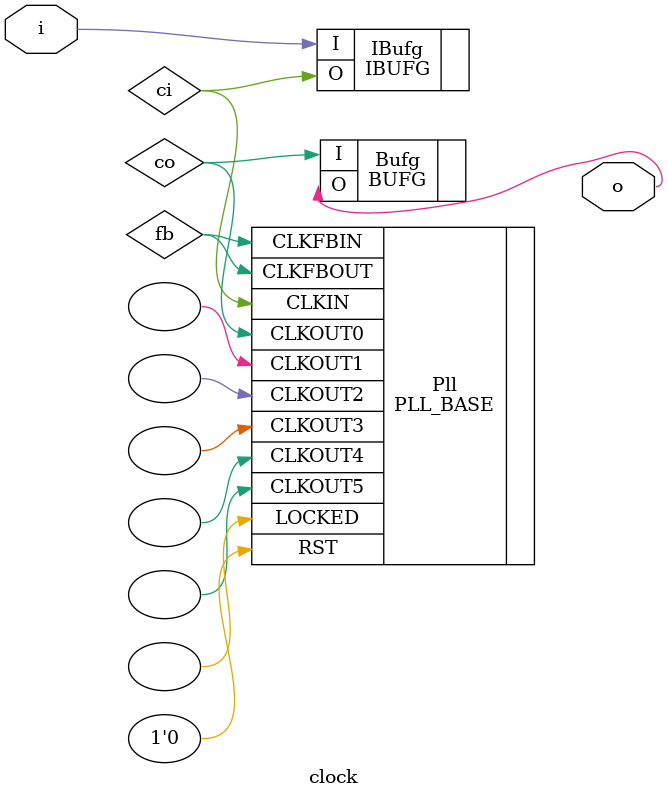
<source format=v>
module clock
//-------------------------------------------------------------------------------------------------
(
	input  wire i, // 50.000 MHz
	output wire o  // 32.000 MHz
);
//-------------------------------------------------------------------------------------------------

IBUFG IBufg(.I(i), .O(ci));

PLL_BASE #
(
	.BANDWIDTH         ("OPTIMIZED"),
	.CLK_FEEDBACK      ("CLKFBOUT" ),
	.COMPENSATION      ("SYSTEM_SYNCHRONOUS"),
	.CLKOUT0_DUTY_CYCLE( 0.500),
	.CLKFBOUT_PHASE    ( 0.000),
	.CLKOUT0_PHASE     ( 0.000),
	.CLKIN_PERIOD      (20.000),
	.REF_JITTER        ( 0.010),
	.DIVCLK_DIVIDE     ( 1    ),
	.CLKFBOUT_MULT     (14    ),
	.CLKOUT0_DIVIDE    (25    )
)
Pll
(
	.RST               (1'b0),
	.CLKFBIN           (fb),
	.CLKFBOUT          (fb),
	.CLKIN             (ci),
	.CLKOUT0           (co),
	.CLKOUT1           (),
	.CLKOUT2           (),
	.CLKOUT3           (),
	.CLKOUT4           (),
	.CLKOUT5           (),
	.LOCKED            ()
);

BUFG  Bufg (.I(co), .O(o));

//-------------------------------------------------------------------------------------------------
endmodule
//-------------------------------------------------------------------------------------------------

</source>
